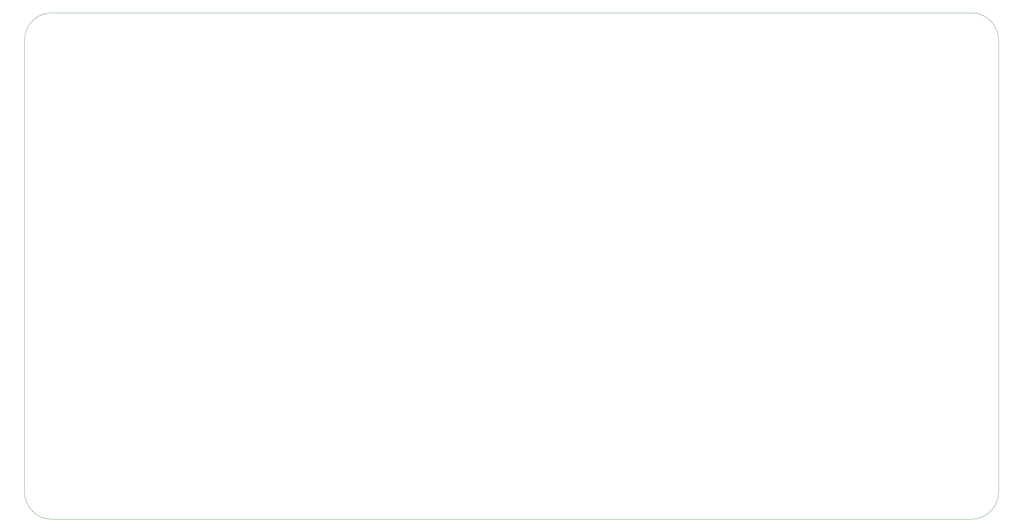
<source format=gbr>
%TF.GenerationSoftware,KiCad,Pcbnew,8.0.2-8.0.2-0~ubuntu20.04.1*%
%TF.CreationDate,2024-06-07T01:09:34+05:00*%
%TF.ProjectId,RedStar,52656453-7461-4722-9e6b-696361645f70,v1.5*%
%TF.SameCoordinates,Original*%
%TF.FileFunction,Profile,NP*%
%FSLAX46Y46*%
G04 Gerber Fmt 4.6, Leading zero omitted, Abs format (unit mm)*
G04 Created by KiCad (PCBNEW 8.0.2-8.0.2-0~ubuntu20.04.1) date 2024-06-07 01:09:34*
%MOMM*%
%LPD*%
G01*
G04 APERTURE LIST*
%TA.AperFunction,Profile*%
%ADD10C,0.050000*%
%TD*%
G04 APERTURE END LIST*
D10*
X80470000Y-195400000D02*
G75*
G02*
X73470000Y-188400000I0J7000000D01*
G01*
X316470000Y-65400000D02*
G75*
G02*
X323470000Y-72400000I0J-7000000D01*
G01*
X73470000Y-188400000D02*
X73470000Y-72400000D01*
X323470000Y-72400000D02*
X323470000Y-188400000D01*
X80470000Y-65400000D02*
X316470000Y-65400000D01*
X323470000Y-188400000D02*
G75*
G02*
X316470000Y-195400000I-7000000J0D01*
G01*
X316470000Y-195400000D02*
X80470000Y-195400000D01*
X73470000Y-72400000D02*
G75*
G02*
X80470000Y-65400000I7000000J0D01*
G01*
M02*

</source>
